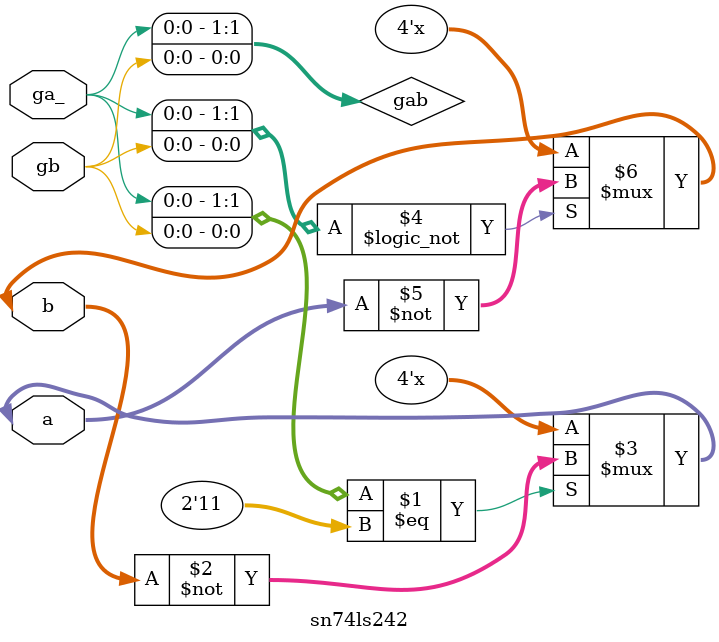
<source format=v>
module sn74ls242(a, b, ga_, gb);
inout [3:0] a, b;
input ga_, gb;
wire [1:0] gab;

parameter
	// TI TTL data book Vol 1, 1985
	tPLH_min=0, tPLH_typ=9,           tPLH_max=14,
	tPHL_min=0, tPHL_typ=12,           tPHL_max=18,
	tPZH_min=0, tPZH_typ=15-tPLH_typ, tPZH_max=23-tPLH_max,
	tPZL_min=0, tPZL_typ=20-tPHL_typ, tPZL_max=30-tPHL_max;
// does not respect tPHZ, tPLZ !

	assign #(tPZH_min:tPZH_typ:tPZH_max,
		     tPZL_min:tPZL_typ:tPZL_max)
		gab = { ga_, gb };

	assign #(tPLH_min:tPLH_typ:tPLH_max,
  		     tPHL_min:tPHL_typ:tPHL_max)
		a = gab==2'b11 ? ~b : 4'bzzzz;
	assign #(tPLH_min:tPLH_typ:tPLH_max,
  		     tPHL_min:tPHL_typ:tPHL_max)
		b = gab==2'b00 ? ~a : 4'bzzzz;

endmodule

</source>
